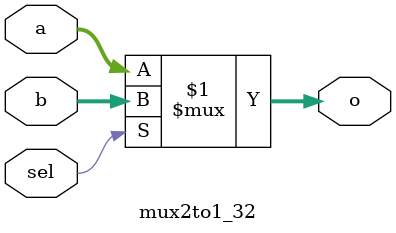
<source format=v>
`timescale 1ns / 1ps
module mux2to1_32(
	input [31:0] a,
	input [31:0] b,
	input sel,
	output [31:0] o
    );
	 assign o = sel ? b : a;

endmodule

</source>
